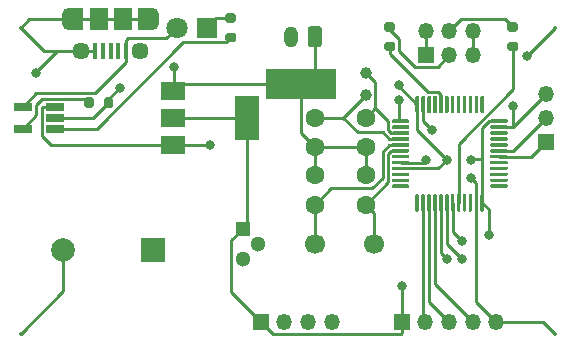
<source format=gbr>
%TF.GenerationSoftware,KiCad,Pcbnew,(5.1.10)-1*%
%TF.CreationDate,2021-12-05T19:53:51+08:00*%
%TF.ProjectId,TomatoClock,546f6d61-746f-4436-9c6f-636b2e6b6963,rev?*%
%TF.SameCoordinates,Original*%
%TF.FileFunction,Copper,L1,Top*%
%TF.FilePolarity,Positive*%
%FSLAX46Y46*%
G04 Gerber Fmt 4.6, Leading zero omitted, Abs format (unit mm)*
G04 Created by KiCad (PCBNEW (5.1.10)-1) date 2021-12-05 19:53:51*
%MOMM*%
%LPD*%
G01*
G04 APERTURE LIST*
%TA.AperFunction,ComponentPad*%
%ADD10C,1.600000*%
%TD*%
%TA.AperFunction,ComponentPad*%
%ADD11O,1.200000X1.800000*%
%TD*%
%TA.AperFunction,ComponentPad*%
%ADD12O,1.350000X1.350000*%
%TD*%
%TA.AperFunction,ComponentPad*%
%ADD13R,1.350000X1.350000*%
%TD*%
%TA.AperFunction,SMDPad,CuDef*%
%ADD14R,6.000000X2.500000*%
%TD*%
%TA.AperFunction,ComponentPad*%
%ADD15C,1.000000*%
%TD*%
%TA.AperFunction,ComponentPad*%
%ADD16C,1.700000*%
%TD*%
%TA.AperFunction,SMDPad,CuDef*%
%ADD17R,2.000000X1.500000*%
%TD*%
%TA.AperFunction,SMDPad,CuDef*%
%ADD18R,2.000000X3.800000*%
%TD*%
%TA.AperFunction,SMDPad,CuDef*%
%ADD19R,1.560000X0.650000*%
%TD*%
%TA.AperFunction,ComponentPad*%
%ADD20R,1.300000X1.300000*%
%TD*%
%TA.AperFunction,ComponentPad*%
%ADD21C,1.300000*%
%TD*%
%TA.AperFunction,SMDPad,CuDef*%
%ADD22R,1.200000X1.900000*%
%TD*%
%TA.AperFunction,ComponentPad*%
%ADD23O,1.200000X1.900000*%
%TD*%
%TA.AperFunction,SMDPad,CuDef*%
%ADD24R,1.500000X1.900000*%
%TD*%
%TA.AperFunction,ComponentPad*%
%ADD25C,1.450000*%
%TD*%
%TA.AperFunction,SMDPad,CuDef*%
%ADD26R,0.400000X1.350000*%
%TD*%
%TA.AperFunction,ComponentPad*%
%ADD27C,1.800000*%
%TD*%
%TA.AperFunction,ComponentPad*%
%ADD28R,1.800000X1.800000*%
%TD*%
%TA.AperFunction,ComponentPad*%
%ADD29C,2.000000*%
%TD*%
%TA.AperFunction,ComponentPad*%
%ADD30R,2.000000X2.000000*%
%TD*%
%TA.AperFunction,ViaPad*%
%ADD31C,0.800000*%
%TD*%
%TA.AperFunction,Conductor*%
%ADD32C,0.250000*%
%TD*%
%ADD33C,0.350000*%
%ADD34O,0.600000X1.300000*%
G04 APERTURE END LIST*
D10*
%TO.P,C3,2*%
%TO.N,GND*%
X31750000Y18328000D03*
%TO.P,C3,1*%
%TO.N,Net-(C3-Pad1)*%
X31750000Y20828000D03*
%TD*%
D11*
%TO.P,J6,2*%
%TO.N,+BATT*%
X25432000Y27686000D03*
%TO.P,J6,1*%
%TO.N,GND*%
%TA.AperFunction,ComponentPad*%
G36*
G01*
X28032000Y28336001D02*
X28032000Y27035999D01*
G75*
G02*
X27782001Y26786000I-249999J0D01*
G01*
X27081999Y26786000D01*
G75*
G02*
X26832000Y27035999I0J249999D01*
G01*
X26832000Y28336001D01*
G75*
G02*
X27081999Y28586000I249999J0D01*
G01*
X27782001Y28586000D01*
G75*
G02*
X28032000Y28336001I0J-249999D01*
G01*
G37*
%TD.AperFunction*%
%TD*%
D12*
%TO.P,J4,4*%
%TO.N,GND*%
X28860000Y3556000D03*
%TO.P,J4,3*%
%TO.N,US_ECHO*%
X26860000Y3556000D03*
%TO.P,J4,2*%
%TO.N,US_TRIG*%
X24860000Y3556000D03*
D13*
%TO.P,J4,1*%
%TO.N,+3V3*%
X22860000Y3556000D03*
%TD*%
D12*
%TO.P,J1,6*%
%TO.N,GND*%
X40830000Y28162000D03*
%TO.P,J1,5*%
X40830000Y26162000D03*
%TO.P,J1,4*%
%TO.N,Net-(J1-Pad4)*%
X38830000Y28162000D03*
%TO.P,J1,3*%
%TO.N,Net-(J1-Pad3)*%
X38830000Y26162000D03*
%TO.P,J1,2*%
%TO.N,+3V3*%
X36830000Y28162000D03*
D13*
%TO.P,J1,1*%
X36830000Y26162000D03*
%TD*%
D14*
%TO.P,Y2,3*%
%TO.N,GND*%
X26250000Y23688000D03*
D15*
%TO.P,Y2,2*%
%TO.N,Net-(C4-Pad1)*%
X31750000Y22738000D03*
%TO.P,Y2,1*%
%TO.N,Net-(C3-Pad1)*%
X31750000Y24638000D03*
%TD*%
D16*
%TO.P,Y1,2*%
%TO.N,Net-(C2-Pad1)*%
X32432000Y10160000D03*
%TO.P,Y1,1*%
%TO.N,Net-(C1-Pad1)*%
X27432000Y10160000D03*
%TD*%
D17*
%TO.P,U3,1*%
%TO.N,GND*%
X15392000Y23128000D03*
%TO.P,U3,3*%
%TO.N,+BATT*%
X15392000Y18528000D03*
%TO.P,U3,2*%
%TO.N,+3V3*%
X15392000Y20828000D03*
D18*
X21692000Y20828000D03*
%TD*%
D19*
%TO.P,U2,5*%
%TO.N,Net-(R3-Pad2)*%
X2714000Y19878000D03*
%TO.P,U2,4*%
%TO.N,VBUS*%
X2714000Y21778000D03*
%TO.P,U2,3*%
%TO.N,+BATT*%
X5414000Y21778000D03*
%TO.P,U2,2*%
%TO.N,GND*%
X5414000Y20828000D03*
%TO.P,U2,1*%
%TO.N,Net-(R4-Pad2)*%
X5414000Y19878000D03*
%TD*%
%TO.P,U1,48*%
%TO.N,+3V3*%
%TA.AperFunction,SMDPad,CuDef*%
G36*
G01*
X35962000Y21280000D02*
X35962000Y22605000D01*
G75*
G02*
X36037000Y22680000I75000J0D01*
G01*
X36187000Y22680000D01*
G75*
G02*
X36262000Y22605000I0J-75000D01*
G01*
X36262000Y21280000D01*
G75*
G02*
X36187000Y21205000I-75000J0D01*
G01*
X36037000Y21205000D01*
G75*
G02*
X35962000Y21280000I0J75000D01*
G01*
G37*
%TD.AperFunction*%
%TO.P,U1,47*%
%TO.N,GND*%
%TA.AperFunction,SMDPad,CuDef*%
G36*
G01*
X36462000Y21280000D02*
X36462000Y22605000D01*
G75*
G02*
X36537000Y22680000I75000J0D01*
G01*
X36687000Y22680000D01*
G75*
G02*
X36762000Y22605000I0J-75000D01*
G01*
X36762000Y21280000D01*
G75*
G02*
X36687000Y21205000I-75000J0D01*
G01*
X36537000Y21205000D01*
G75*
G02*
X36462000Y21280000I0J75000D01*
G01*
G37*
%TD.AperFunction*%
%TO.P,U1,46*%
%TO.N,N/C*%
%TA.AperFunction,SMDPad,CuDef*%
G36*
G01*
X36962000Y21280000D02*
X36962000Y22605000D01*
G75*
G02*
X37037000Y22680000I75000J0D01*
G01*
X37187000Y22680000D01*
G75*
G02*
X37262000Y22605000I0J-75000D01*
G01*
X37262000Y21280000D01*
G75*
G02*
X37187000Y21205000I-75000J0D01*
G01*
X37037000Y21205000D01*
G75*
G02*
X36962000Y21280000I0J75000D01*
G01*
G37*
%TD.AperFunction*%
%TO.P,U1,45*%
%TA.AperFunction,SMDPad,CuDef*%
G36*
G01*
X37462000Y21280000D02*
X37462000Y22605000D01*
G75*
G02*
X37537000Y22680000I75000J0D01*
G01*
X37687000Y22680000D01*
G75*
G02*
X37762000Y22605000I0J-75000D01*
G01*
X37762000Y21280000D01*
G75*
G02*
X37687000Y21205000I-75000J0D01*
G01*
X37537000Y21205000D01*
G75*
G02*
X37462000Y21280000I0J75000D01*
G01*
G37*
%TD.AperFunction*%
%TO.P,U1,44*%
%TO.N,BOOT0*%
%TA.AperFunction,SMDPad,CuDef*%
G36*
G01*
X37962000Y21280000D02*
X37962000Y22605000D01*
G75*
G02*
X38037000Y22680000I75000J0D01*
G01*
X38187000Y22680000D01*
G75*
G02*
X38262000Y22605000I0J-75000D01*
G01*
X38262000Y21280000D01*
G75*
G02*
X38187000Y21205000I-75000J0D01*
G01*
X38037000Y21205000D01*
G75*
G02*
X37962000Y21280000I0J75000D01*
G01*
G37*
%TD.AperFunction*%
%TO.P,U1,43*%
%TO.N,N/C*%
%TA.AperFunction,SMDPad,CuDef*%
G36*
G01*
X38462000Y21280000D02*
X38462000Y22605000D01*
G75*
G02*
X38537000Y22680000I75000J0D01*
G01*
X38687000Y22680000D01*
G75*
G02*
X38762000Y22605000I0J-75000D01*
G01*
X38762000Y21280000D01*
G75*
G02*
X38687000Y21205000I-75000J0D01*
G01*
X38537000Y21205000D01*
G75*
G02*
X38462000Y21280000I0J75000D01*
G01*
G37*
%TD.AperFunction*%
%TO.P,U1,42*%
%TA.AperFunction,SMDPad,CuDef*%
G36*
G01*
X38962000Y21280000D02*
X38962000Y22605000D01*
G75*
G02*
X39037000Y22680000I75000J0D01*
G01*
X39187000Y22680000D01*
G75*
G02*
X39262000Y22605000I0J-75000D01*
G01*
X39262000Y21280000D01*
G75*
G02*
X39187000Y21205000I-75000J0D01*
G01*
X39037000Y21205000D01*
G75*
G02*
X38962000Y21280000I0J75000D01*
G01*
G37*
%TD.AperFunction*%
%TO.P,U1,41*%
%TA.AperFunction,SMDPad,CuDef*%
G36*
G01*
X39462000Y21280000D02*
X39462000Y22605000D01*
G75*
G02*
X39537000Y22680000I75000J0D01*
G01*
X39687000Y22680000D01*
G75*
G02*
X39762000Y22605000I0J-75000D01*
G01*
X39762000Y21280000D01*
G75*
G02*
X39687000Y21205000I-75000J0D01*
G01*
X39537000Y21205000D01*
G75*
G02*
X39462000Y21280000I0J75000D01*
G01*
G37*
%TD.AperFunction*%
%TO.P,U1,40*%
%TA.AperFunction,SMDPad,CuDef*%
G36*
G01*
X39962000Y21280000D02*
X39962000Y22605000D01*
G75*
G02*
X40037000Y22680000I75000J0D01*
G01*
X40187000Y22680000D01*
G75*
G02*
X40262000Y22605000I0J-75000D01*
G01*
X40262000Y21280000D01*
G75*
G02*
X40187000Y21205000I-75000J0D01*
G01*
X40037000Y21205000D01*
G75*
G02*
X39962000Y21280000I0J75000D01*
G01*
G37*
%TD.AperFunction*%
%TO.P,U1,39*%
%TA.AperFunction,SMDPad,CuDef*%
G36*
G01*
X40462000Y21280000D02*
X40462000Y22605000D01*
G75*
G02*
X40537000Y22680000I75000J0D01*
G01*
X40687000Y22680000D01*
G75*
G02*
X40762000Y22605000I0J-75000D01*
G01*
X40762000Y21280000D01*
G75*
G02*
X40687000Y21205000I-75000J0D01*
G01*
X40537000Y21205000D01*
G75*
G02*
X40462000Y21280000I0J75000D01*
G01*
G37*
%TD.AperFunction*%
%TO.P,U1,38*%
%TA.AperFunction,SMDPad,CuDef*%
G36*
G01*
X40962000Y21280000D02*
X40962000Y22605000D01*
G75*
G02*
X41037000Y22680000I75000J0D01*
G01*
X41187000Y22680000D01*
G75*
G02*
X41262000Y22605000I0J-75000D01*
G01*
X41262000Y21280000D01*
G75*
G02*
X41187000Y21205000I-75000J0D01*
G01*
X41037000Y21205000D01*
G75*
G02*
X40962000Y21280000I0J75000D01*
G01*
G37*
%TD.AperFunction*%
%TO.P,U1,37*%
%TA.AperFunction,SMDPad,CuDef*%
G36*
G01*
X41462000Y21280000D02*
X41462000Y22605000D01*
G75*
G02*
X41537000Y22680000I75000J0D01*
G01*
X41687000Y22680000D01*
G75*
G02*
X41762000Y22605000I0J-75000D01*
G01*
X41762000Y21280000D01*
G75*
G02*
X41687000Y21205000I-75000J0D01*
G01*
X41537000Y21205000D01*
G75*
G02*
X41462000Y21280000I0J75000D01*
G01*
G37*
%TD.AperFunction*%
%TO.P,U1,36*%
%TO.N,+3V3*%
%TA.AperFunction,SMDPad,CuDef*%
G36*
G01*
X42287000Y20455000D02*
X42287000Y20605000D01*
G75*
G02*
X42362000Y20680000I75000J0D01*
G01*
X43687000Y20680000D01*
G75*
G02*
X43762000Y20605000I0J-75000D01*
G01*
X43762000Y20455000D01*
G75*
G02*
X43687000Y20380000I-75000J0D01*
G01*
X42362000Y20380000D01*
G75*
G02*
X42287000Y20455000I0J75000D01*
G01*
G37*
%TD.AperFunction*%
%TO.P,U1,35*%
%TO.N,GND*%
%TA.AperFunction,SMDPad,CuDef*%
G36*
G01*
X42287000Y19955000D02*
X42287000Y20105000D01*
G75*
G02*
X42362000Y20180000I75000J0D01*
G01*
X43687000Y20180000D01*
G75*
G02*
X43762000Y20105000I0J-75000D01*
G01*
X43762000Y19955000D01*
G75*
G02*
X43687000Y19880000I-75000J0D01*
G01*
X42362000Y19880000D01*
G75*
G02*
X42287000Y19955000I0J75000D01*
G01*
G37*
%TD.AperFunction*%
%TO.P,U1,34*%
%TO.N,N/C*%
%TA.AperFunction,SMDPad,CuDef*%
G36*
G01*
X42287000Y19455000D02*
X42287000Y19605000D01*
G75*
G02*
X42362000Y19680000I75000J0D01*
G01*
X43687000Y19680000D01*
G75*
G02*
X43762000Y19605000I0J-75000D01*
G01*
X43762000Y19455000D01*
G75*
G02*
X43687000Y19380000I-75000J0D01*
G01*
X42362000Y19380000D01*
G75*
G02*
X42287000Y19455000I0J75000D01*
G01*
G37*
%TD.AperFunction*%
%TO.P,U1,33*%
%TA.AperFunction,SMDPad,CuDef*%
G36*
G01*
X42287000Y18955000D02*
X42287000Y19105000D01*
G75*
G02*
X42362000Y19180000I75000J0D01*
G01*
X43687000Y19180000D01*
G75*
G02*
X43762000Y19105000I0J-75000D01*
G01*
X43762000Y18955000D01*
G75*
G02*
X43687000Y18880000I-75000J0D01*
G01*
X42362000Y18880000D01*
G75*
G02*
X42287000Y18955000I0J75000D01*
G01*
G37*
%TD.AperFunction*%
%TO.P,U1,32*%
%TA.AperFunction,SMDPad,CuDef*%
G36*
G01*
X42287000Y18455000D02*
X42287000Y18605000D01*
G75*
G02*
X42362000Y18680000I75000J0D01*
G01*
X43687000Y18680000D01*
G75*
G02*
X43762000Y18605000I0J-75000D01*
G01*
X43762000Y18455000D01*
G75*
G02*
X43687000Y18380000I-75000J0D01*
G01*
X42362000Y18380000D01*
G75*
G02*
X42287000Y18455000I0J75000D01*
G01*
G37*
%TD.AperFunction*%
%TO.P,U1,31*%
%TO.N,Net-(J2-Pad2)*%
%TA.AperFunction,SMDPad,CuDef*%
G36*
G01*
X42287000Y17955000D02*
X42287000Y18105000D01*
G75*
G02*
X42362000Y18180000I75000J0D01*
G01*
X43687000Y18180000D01*
G75*
G02*
X43762000Y18105000I0J-75000D01*
G01*
X43762000Y17955000D01*
G75*
G02*
X43687000Y17880000I-75000J0D01*
G01*
X42362000Y17880000D01*
G75*
G02*
X42287000Y17955000I0J75000D01*
G01*
G37*
%TD.AperFunction*%
%TO.P,U1,30*%
%TO.N,Net-(J2-Pad1)*%
%TA.AperFunction,SMDPad,CuDef*%
G36*
G01*
X42287000Y17455000D02*
X42287000Y17605000D01*
G75*
G02*
X42362000Y17680000I75000J0D01*
G01*
X43687000Y17680000D01*
G75*
G02*
X43762000Y17605000I0J-75000D01*
G01*
X43762000Y17455000D01*
G75*
G02*
X43687000Y17380000I-75000J0D01*
G01*
X42362000Y17380000D01*
G75*
G02*
X42287000Y17455000I0J75000D01*
G01*
G37*
%TD.AperFunction*%
%TO.P,U1,29*%
%TO.N,N/C*%
%TA.AperFunction,SMDPad,CuDef*%
G36*
G01*
X42287000Y16955000D02*
X42287000Y17105000D01*
G75*
G02*
X42362000Y17180000I75000J0D01*
G01*
X43687000Y17180000D01*
G75*
G02*
X43762000Y17105000I0J-75000D01*
G01*
X43762000Y16955000D01*
G75*
G02*
X43687000Y16880000I-75000J0D01*
G01*
X42362000Y16880000D01*
G75*
G02*
X42287000Y16955000I0J75000D01*
G01*
G37*
%TD.AperFunction*%
%TO.P,U1,28*%
%TA.AperFunction,SMDPad,CuDef*%
G36*
G01*
X42287000Y16455000D02*
X42287000Y16605000D01*
G75*
G02*
X42362000Y16680000I75000J0D01*
G01*
X43687000Y16680000D01*
G75*
G02*
X43762000Y16605000I0J-75000D01*
G01*
X43762000Y16455000D01*
G75*
G02*
X43687000Y16380000I-75000J0D01*
G01*
X42362000Y16380000D01*
G75*
G02*
X42287000Y16455000I0J75000D01*
G01*
G37*
%TD.AperFunction*%
%TO.P,U1,27*%
%TA.AperFunction,SMDPad,CuDef*%
G36*
G01*
X42287000Y15955000D02*
X42287000Y16105000D01*
G75*
G02*
X42362000Y16180000I75000J0D01*
G01*
X43687000Y16180000D01*
G75*
G02*
X43762000Y16105000I0J-75000D01*
G01*
X43762000Y15955000D01*
G75*
G02*
X43687000Y15880000I-75000J0D01*
G01*
X42362000Y15880000D01*
G75*
G02*
X42287000Y15955000I0J75000D01*
G01*
G37*
%TD.AperFunction*%
%TO.P,U1,26*%
%TA.AperFunction,SMDPad,CuDef*%
G36*
G01*
X42287000Y15455000D02*
X42287000Y15605000D01*
G75*
G02*
X42362000Y15680000I75000J0D01*
G01*
X43687000Y15680000D01*
G75*
G02*
X43762000Y15605000I0J-75000D01*
G01*
X43762000Y15455000D01*
G75*
G02*
X43687000Y15380000I-75000J0D01*
G01*
X42362000Y15380000D01*
G75*
G02*
X42287000Y15455000I0J75000D01*
G01*
G37*
%TD.AperFunction*%
%TO.P,U1,25*%
%TA.AperFunction,SMDPad,CuDef*%
G36*
G01*
X42287000Y14955000D02*
X42287000Y15105000D01*
G75*
G02*
X42362000Y15180000I75000J0D01*
G01*
X43687000Y15180000D01*
G75*
G02*
X43762000Y15105000I0J-75000D01*
G01*
X43762000Y14955000D01*
G75*
G02*
X43687000Y14880000I-75000J0D01*
G01*
X42362000Y14880000D01*
G75*
G02*
X42287000Y14955000I0J75000D01*
G01*
G37*
%TD.AperFunction*%
%TO.P,U1,24*%
%TO.N,+3V3*%
%TA.AperFunction,SMDPad,CuDef*%
G36*
G01*
X41462000Y12955000D02*
X41462000Y14280000D01*
G75*
G02*
X41537000Y14355000I75000J0D01*
G01*
X41687000Y14355000D01*
G75*
G02*
X41762000Y14280000I0J-75000D01*
G01*
X41762000Y12955000D01*
G75*
G02*
X41687000Y12880000I-75000J0D01*
G01*
X41537000Y12880000D01*
G75*
G02*
X41462000Y12955000I0J75000D01*
G01*
G37*
%TD.AperFunction*%
%TO.P,U1,23*%
%TO.N,GND*%
%TA.AperFunction,SMDPad,CuDef*%
G36*
G01*
X40962000Y12955000D02*
X40962000Y14280000D01*
G75*
G02*
X41037000Y14355000I75000J0D01*
G01*
X41187000Y14355000D01*
G75*
G02*
X41262000Y14280000I0J-75000D01*
G01*
X41262000Y12955000D01*
G75*
G02*
X41187000Y12880000I-75000J0D01*
G01*
X41037000Y12880000D01*
G75*
G02*
X40962000Y12955000I0J75000D01*
G01*
G37*
%TD.AperFunction*%
%TO.P,U1,22*%
%TO.N,N/C*%
%TA.AperFunction,SMDPad,CuDef*%
G36*
G01*
X40462000Y12955000D02*
X40462000Y14280000D01*
G75*
G02*
X40537000Y14355000I75000J0D01*
G01*
X40687000Y14355000D01*
G75*
G02*
X40762000Y14280000I0J-75000D01*
G01*
X40762000Y12955000D01*
G75*
G02*
X40687000Y12880000I-75000J0D01*
G01*
X40537000Y12880000D01*
G75*
G02*
X40462000Y12955000I0J75000D01*
G01*
G37*
%TD.AperFunction*%
%TO.P,U1,21*%
%TA.AperFunction,SMDPad,CuDef*%
G36*
G01*
X39962000Y12955000D02*
X39962000Y14280000D01*
G75*
G02*
X40037000Y14355000I75000J0D01*
G01*
X40187000Y14355000D01*
G75*
G02*
X40262000Y14280000I0J-75000D01*
G01*
X40262000Y12955000D01*
G75*
G02*
X40187000Y12880000I-75000J0D01*
G01*
X40037000Y12880000D01*
G75*
G02*
X39962000Y12955000I0J75000D01*
G01*
G37*
%TD.AperFunction*%
%TO.P,U1,20*%
%TO.N,BOOT1*%
%TA.AperFunction,SMDPad,CuDef*%
G36*
G01*
X39462000Y12955000D02*
X39462000Y14280000D01*
G75*
G02*
X39537000Y14355000I75000J0D01*
G01*
X39687000Y14355000D01*
G75*
G02*
X39762000Y14280000I0J-75000D01*
G01*
X39762000Y12955000D01*
G75*
G02*
X39687000Y12880000I-75000J0D01*
G01*
X39537000Y12880000D01*
G75*
G02*
X39462000Y12955000I0J75000D01*
G01*
G37*
%TD.AperFunction*%
%TO.P,U1,19*%
%TO.N,BUZZER*%
%TA.AperFunction,SMDPad,CuDef*%
G36*
G01*
X38962000Y12955000D02*
X38962000Y14280000D01*
G75*
G02*
X39037000Y14355000I75000J0D01*
G01*
X39187000Y14355000D01*
G75*
G02*
X39262000Y14280000I0J-75000D01*
G01*
X39262000Y12955000D01*
G75*
G02*
X39187000Y12880000I-75000J0D01*
G01*
X39037000Y12880000D01*
G75*
G02*
X38962000Y12955000I0J75000D01*
G01*
G37*
%TD.AperFunction*%
%TO.P,U1,18*%
%TO.N,US_ECHO*%
%TA.AperFunction,SMDPad,CuDef*%
G36*
G01*
X38462000Y12955000D02*
X38462000Y14280000D01*
G75*
G02*
X38537000Y14355000I75000J0D01*
G01*
X38687000Y14355000D01*
G75*
G02*
X38762000Y14280000I0J-75000D01*
G01*
X38762000Y12955000D01*
G75*
G02*
X38687000Y12880000I-75000J0D01*
G01*
X38537000Y12880000D01*
G75*
G02*
X38462000Y12955000I0J75000D01*
G01*
G37*
%TD.AperFunction*%
%TO.P,U1,17*%
%TO.N,US_TRIG*%
%TA.AperFunction,SMDPad,CuDef*%
G36*
G01*
X37962000Y12955000D02*
X37962000Y14280000D01*
G75*
G02*
X38037000Y14355000I75000J0D01*
G01*
X38187000Y14355000D01*
G75*
G02*
X38262000Y14280000I0J-75000D01*
G01*
X38262000Y12955000D01*
G75*
G02*
X38187000Y12880000I-75000J0D01*
G01*
X38037000Y12880000D01*
G75*
G02*
X37962000Y12955000I0J75000D01*
G01*
G37*
%TD.AperFunction*%
%TO.P,U1,16*%
%TO.N,RIGHT*%
%TA.AperFunction,SMDPad,CuDef*%
G36*
G01*
X37462000Y12955000D02*
X37462000Y14280000D01*
G75*
G02*
X37537000Y14355000I75000J0D01*
G01*
X37687000Y14355000D01*
G75*
G02*
X37762000Y14280000I0J-75000D01*
G01*
X37762000Y12955000D01*
G75*
G02*
X37687000Y12880000I-75000J0D01*
G01*
X37537000Y12880000D01*
G75*
G02*
X37462000Y12955000I0J75000D01*
G01*
G37*
%TD.AperFunction*%
%TO.P,U1,15*%
%TO.N,MIDDLE*%
%TA.AperFunction,SMDPad,CuDef*%
G36*
G01*
X36962000Y12955000D02*
X36962000Y14280000D01*
G75*
G02*
X37037000Y14355000I75000J0D01*
G01*
X37187000Y14355000D01*
G75*
G02*
X37262000Y14280000I0J-75000D01*
G01*
X37262000Y12955000D01*
G75*
G02*
X37187000Y12880000I-75000J0D01*
G01*
X37037000Y12880000D01*
G75*
G02*
X36962000Y12955000I0J75000D01*
G01*
G37*
%TD.AperFunction*%
%TO.P,U1,14*%
%TO.N,LEFT*%
%TA.AperFunction,SMDPad,CuDef*%
G36*
G01*
X36462000Y12955000D02*
X36462000Y14280000D01*
G75*
G02*
X36537000Y14355000I75000J0D01*
G01*
X36687000Y14355000D01*
G75*
G02*
X36762000Y14280000I0J-75000D01*
G01*
X36762000Y12955000D01*
G75*
G02*
X36687000Y12880000I-75000J0D01*
G01*
X36537000Y12880000D01*
G75*
G02*
X36462000Y12955000I0J75000D01*
G01*
G37*
%TD.AperFunction*%
%TO.P,U1,13*%
%TO.N,N/C*%
%TA.AperFunction,SMDPad,CuDef*%
G36*
G01*
X35962000Y12955000D02*
X35962000Y14280000D01*
G75*
G02*
X36037000Y14355000I75000J0D01*
G01*
X36187000Y14355000D01*
G75*
G02*
X36262000Y14280000I0J-75000D01*
G01*
X36262000Y12955000D01*
G75*
G02*
X36187000Y12880000I-75000J0D01*
G01*
X36037000Y12880000D01*
G75*
G02*
X35962000Y12955000I0J75000D01*
G01*
G37*
%TD.AperFunction*%
%TO.P,U1,12*%
%TA.AperFunction,SMDPad,CuDef*%
G36*
G01*
X33962000Y14955000D02*
X33962000Y15105000D01*
G75*
G02*
X34037000Y15180000I75000J0D01*
G01*
X35362000Y15180000D01*
G75*
G02*
X35437000Y15105000I0J-75000D01*
G01*
X35437000Y14955000D01*
G75*
G02*
X35362000Y14880000I-75000J0D01*
G01*
X34037000Y14880000D01*
G75*
G02*
X33962000Y14955000I0J75000D01*
G01*
G37*
%TD.AperFunction*%
%TO.P,U1,11*%
%TA.AperFunction,SMDPad,CuDef*%
G36*
G01*
X33962000Y15455000D02*
X33962000Y15605000D01*
G75*
G02*
X34037000Y15680000I75000J0D01*
G01*
X35362000Y15680000D01*
G75*
G02*
X35437000Y15605000I0J-75000D01*
G01*
X35437000Y15455000D01*
G75*
G02*
X35362000Y15380000I-75000J0D01*
G01*
X34037000Y15380000D01*
G75*
G02*
X33962000Y15455000I0J75000D01*
G01*
G37*
%TD.AperFunction*%
%TO.P,U1,10*%
%TA.AperFunction,SMDPad,CuDef*%
G36*
G01*
X33962000Y15955000D02*
X33962000Y16105000D01*
G75*
G02*
X34037000Y16180000I75000J0D01*
G01*
X35362000Y16180000D01*
G75*
G02*
X35437000Y16105000I0J-75000D01*
G01*
X35437000Y15955000D01*
G75*
G02*
X35362000Y15880000I-75000J0D01*
G01*
X34037000Y15880000D01*
G75*
G02*
X33962000Y15955000I0J75000D01*
G01*
G37*
%TD.AperFunction*%
%TO.P,U1,9*%
%TO.N,+3V3*%
%TA.AperFunction,SMDPad,CuDef*%
G36*
G01*
X33962000Y16455000D02*
X33962000Y16605000D01*
G75*
G02*
X34037000Y16680000I75000J0D01*
G01*
X35362000Y16680000D01*
G75*
G02*
X35437000Y16605000I0J-75000D01*
G01*
X35437000Y16455000D01*
G75*
G02*
X35362000Y16380000I-75000J0D01*
G01*
X34037000Y16380000D01*
G75*
G02*
X33962000Y16455000I0J75000D01*
G01*
G37*
%TD.AperFunction*%
%TO.P,U1,8*%
%TO.N,GND*%
%TA.AperFunction,SMDPad,CuDef*%
G36*
G01*
X33962000Y16955000D02*
X33962000Y17105000D01*
G75*
G02*
X34037000Y17180000I75000J0D01*
G01*
X35362000Y17180000D01*
G75*
G02*
X35437000Y17105000I0J-75000D01*
G01*
X35437000Y16955000D01*
G75*
G02*
X35362000Y16880000I-75000J0D01*
G01*
X34037000Y16880000D01*
G75*
G02*
X33962000Y16955000I0J75000D01*
G01*
G37*
%TD.AperFunction*%
%TO.P,U1,7*%
%TO.N,N/C*%
%TA.AperFunction,SMDPad,CuDef*%
G36*
G01*
X33962000Y17455000D02*
X33962000Y17605000D01*
G75*
G02*
X34037000Y17680000I75000J0D01*
G01*
X35362000Y17680000D01*
G75*
G02*
X35437000Y17605000I0J-75000D01*
G01*
X35437000Y17455000D01*
G75*
G02*
X35362000Y17380000I-75000J0D01*
G01*
X34037000Y17380000D01*
G75*
G02*
X33962000Y17455000I0J75000D01*
G01*
G37*
%TD.AperFunction*%
%TO.P,U1,6*%
%TO.N,Net-(C2-Pad1)*%
%TA.AperFunction,SMDPad,CuDef*%
G36*
G01*
X33962000Y17955000D02*
X33962000Y18105000D01*
G75*
G02*
X34037000Y18180000I75000J0D01*
G01*
X35362000Y18180000D01*
G75*
G02*
X35437000Y18105000I0J-75000D01*
G01*
X35437000Y17955000D01*
G75*
G02*
X35362000Y17880000I-75000J0D01*
G01*
X34037000Y17880000D01*
G75*
G02*
X33962000Y17955000I0J75000D01*
G01*
G37*
%TD.AperFunction*%
%TO.P,U1,5*%
%TO.N,Net-(C1-Pad1)*%
%TA.AperFunction,SMDPad,CuDef*%
G36*
G01*
X33962000Y18455000D02*
X33962000Y18605000D01*
G75*
G02*
X34037000Y18680000I75000J0D01*
G01*
X35362000Y18680000D01*
G75*
G02*
X35437000Y18605000I0J-75000D01*
G01*
X35437000Y18455000D01*
G75*
G02*
X35362000Y18380000I-75000J0D01*
G01*
X34037000Y18380000D01*
G75*
G02*
X33962000Y18455000I0J75000D01*
G01*
G37*
%TD.AperFunction*%
%TO.P,U1,4*%
%TO.N,Net-(C4-Pad1)*%
%TA.AperFunction,SMDPad,CuDef*%
G36*
G01*
X33962000Y18955000D02*
X33962000Y19105000D01*
G75*
G02*
X34037000Y19180000I75000J0D01*
G01*
X35362000Y19180000D01*
G75*
G02*
X35437000Y19105000I0J-75000D01*
G01*
X35437000Y18955000D01*
G75*
G02*
X35362000Y18880000I-75000J0D01*
G01*
X34037000Y18880000D01*
G75*
G02*
X33962000Y18955000I0J75000D01*
G01*
G37*
%TD.AperFunction*%
%TO.P,U1,3*%
%TO.N,Net-(C3-Pad1)*%
%TA.AperFunction,SMDPad,CuDef*%
G36*
G01*
X33962000Y19455000D02*
X33962000Y19605000D01*
G75*
G02*
X34037000Y19680000I75000J0D01*
G01*
X35362000Y19680000D01*
G75*
G02*
X35437000Y19605000I0J-75000D01*
G01*
X35437000Y19455000D01*
G75*
G02*
X35362000Y19380000I-75000J0D01*
G01*
X34037000Y19380000D01*
G75*
G02*
X33962000Y19455000I0J75000D01*
G01*
G37*
%TD.AperFunction*%
%TO.P,U1,2*%
%TO.N,N/C*%
%TA.AperFunction,SMDPad,CuDef*%
G36*
G01*
X33962000Y19955000D02*
X33962000Y20105000D01*
G75*
G02*
X34037000Y20180000I75000J0D01*
G01*
X35362000Y20180000D01*
G75*
G02*
X35437000Y20105000I0J-75000D01*
G01*
X35437000Y19955000D01*
G75*
G02*
X35362000Y19880000I-75000J0D01*
G01*
X34037000Y19880000D01*
G75*
G02*
X33962000Y19955000I0J75000D01*
G01*
G37*
%TD.AperFunction*%
%TO.P,U1,1*%
%TO.N,+BATT*%
%TA.AperFunction,SMDPad,CuDef*%
G36*
G01*
X33962000Y20455000D02*
X33962000Y20605000D01*
G75*
G02*
X34037000Y20680000I75000J0D01*
G01*
X35362000Y20680000D01*
G75*
G02*
X35437000Y20605000I0J-75000D01*
G01*
X35437000Y20455000D01*
G75*
G02*
X35362000Y20380000I-75000J0D01*
G01*
X34037000Y20380000D01*
G75*
G02*
X33962000Y20455000I0J75000D01*
G01*
G37*
%TD.AperFunction*%
%TD*%
%TO.P,R4,2*%
%TO.N,Net-(R4-Pad2)*%
%TA.AperFunction,SMDPad,CuDef*%
G36*
G01*
X20045000Y28023000D02*
X20595000Y28023000D01*
G75*
G02*
X20795000Y27823000I0J-200000D01*
G01*
X20795000Y27423000D01*
G75*
G02*
X20595000Y27223000I-200000J0D01*
G01*
X20045000Y27223000D01*
G75*
G02*
X19845000Y27423000I0J200000D01*
G01*
X19845000Y27823000D01*
G75*
G02*
X20045000Y28023000I200000J0D01*
G01*
G37*
%TD.AperFunction*%
%TO.P,R4,1*%
%TO.N,Net-(D1-Pad1)*%
%TA.AperFunction,SMDPad,CuDef*%
G36*
G01*
X20045000Y29673000D02*
X20595000Y29673000D01*
G75*
G02*
X20795000Y29473000I0J-200000D01*
G01*
X20795000Y29073000D01*
G75*
G02*
X20595000Y28873000I-200000J0D01*
G01*
X20045000Y28873000D01*
G75*
G02*
X19845000Y29073000I0J200000D01*
G01*
X19845000Y29473000D01*
G75*
G02*
X20045000Y29673000I200000J0D01*
G01*
G37*
%TD.AperFunction*%
%TD*%
%TO.P,R3,2*%
%TO.N,Net-(R3-Pad2)*%
%TA.AperFunction,SMDPad,CuDef*%
G36*
G01*
X8719000Y22373000D02*
X8719000Y21823000D01*
G75*
G02*
X8519000Y21623000I-200000J0D01*
G01*
X8119000Y21623000D01*
G75*
G02*
X7919000Y21823000I0J200000D01*
G01*
X7919000Y22373000D01*
G75*
G02*
X8119000Y22573000I200000J0D01*
G01*
X8519000Y22573000D01*
G75*
G02*
X8719000Y22373000I0J-200000D01*
G01*
G37*
%TD.AperFunction*%
%TO.P,R3,1*%
%TO.N,GND*%
%TA.AperFunction,SMDPad,CuDef*%
G36*
G01*
X10369000Y22373000D02*
X10369000Y21823000D01*
G75*
G02*
X10169000Y21623000I-200000J0D01*
G01*
X9769000Y21623000D01*
G75*
G02*
X9569000Y21823000I0J200000D01*
G01*
X9569000Y22373000D01*
G75*
G02*
X9769000Y22573000I200000J0D01*
G01*
X10169000Y22573000D01*
G75*
G02*
X10369000Y22373000I0J-200000D01*
G01*
G37*
%TD.AperFunction*%
%TD*%
%TO.P,R2,2*%
%TO.N,Net-(J1-Pad4)*%
%TA.AperFunction,SMDPad,CuDef*%
G36*
G01*
X44471000Y28111000D02*
X43921000Y28111000D01*
G75*
G02*
X43721000Y28311000I0J200000D01*
G01*
X43721000Y28711000D01*
G75*
G02*
X43921000Y28911000I200000J0D01*
G01*
X44471000Y28911000D01*
G75*
G02*
X44671000Y28711000I0J-200000D01*
G01*
X44671000Y28311000D01*
G75*
G02*
X44471000Y28111000I-200000J0D01*
G01*
G37*
%TD.AperFunction*%
%TO.P,R2,1*%
%TO.N,BOOT1*%
%TA.AperFunction,SMDPad,CuDef*%
G36*
G01*
X44471000Y26461000D02*
X43921000Y26461000D01*
G75*
G02*
X43721000Y26661000I0J200000D01*
G01*
X43721000Y27061000D01*
G75*
G02*
X43921000Y27261000I200000J0D01*
G01*
X44471000Y27261000D01*
G75*
G02*
X44671000Y27061000I0J-200000D01*
G01*
X44671000Y26661000D01*
G75*
G02*
X44471000Y26461000I-200000J0D01*
G01*
G37*
%TD.AperFunction*%
%TD*%
%TO.P,R1,2*%
%TO.N,BOOT0*%
%TA.AperFunction,SMDPad,CuDef*%
G36*
G01*
X33507000Y27261000D02*
X34057000Y27261000D01*
G75*
G02*
X34257000Y27061000I0J-200000D01*
G01*
X34257000Y26661000D01*
G75*
G02*
X34057000Y26461000I-200000J0D01*
G01*
X33507000Y26461000D01*
G75*
G02*
X33307000Y26661000I0J200000D01*
G01*
X33307000Y27061000D01*
G75*
G02*
X33507000Y27261000I200000J0D01*
G01*
G37*
%TD.AperFunction*%
%TO.P,R1,1*%
%TO.N,Net-(J1-Pad3)*%
%TA.AperFunction,SMDPad,CuDef*%
G36*
G01*
X33507000Y28911000D02*
X34057000Y28911000D01*
G75*
G02*
X34257000Y28711000I0J-200000D01*
G01*
X34257000Y28311000D01*
G75*
G02*
X34057000Y28111000I-200000J0D01*
G01*
X33507000Y28111000D01*
G75*
G02*
X33307000Y28311000I0J200000D01*
G01*
X33307000Y28711000D01*
G75*
G02*
X33507000Y28911000I200000J0D01*
G01*
G37*
%TD.AperFunction*%
%TD*%
D20*
%TO.P,Q1,1*%
%TO.N,+3V3*%
X21336000Y11430000D03*
D21*
%TO.P,Q1,3*%
%TO.N,Net-(BZ1-Pad1)*%
X21336000Y8890000D03*
%TO.P,Q1,2*%
%TO.N,BUZZER*%
X22606000Y10160000D03*
%TD*%
D12*
%TO.P,J5,5*%
%TO.N,GND*%
X42798000Y3556000D03*
%TO.P,J5,4*%
%TO.N,RIGHT*%
X40798000Y3556000D03*
%TO.P,J5,3*%
%TO.N,MIDDLE*%
X38798000Y3556000D03*
%TO.P,J5,2*%
%TO.N,LEFT*%
X36798000Y3556000D03*
D13*
%TO.P,J5,1*%
%TO.N,+3V3*%
X34798000Y3556000D03*
%TD*%
D22*
%TO.P,J3,6*%
%TO.N,GND*%
X13060000Y29177500D03*
X7260000Y29177500D03*
D23*
X6660000Y29177500D03*
X13660000Y29177500D03*
D24*
X11160000Y29177500D03*
D25*
X7660000Y26477500D03*
D26*
%TO.P,J3,3*%
%TO.N,N/C*%
X10160000Y26477500D03*
%TO.P,J3,4*%
X9510000Y26477500D03*
%TO.P,J3,5*%
%TO.N,GND*%
X8860000Y26477500D03*
%TO.P,J3,1*%
%TO.N,VBUS*%
X11460000Y26477500D03*
%TO.P,J3,2*%
%TO.N,N/C*%
X10810000Y26477500D03*
D25*
%TO.P,J3,6*%
%TO.N,GND*%
X12660000Y26477500D03*
D24*
X9160000Y29177500D03*
%TD*%
D12*
%TO.P,J2,3*%
%TO.N,GND*%
X46990000Y22796000D03*
%TO.P,J2,2*%
%TO.N,Net-(J2-Pad2)*%
X46990000Y20796000D03*
D13*
%TO.P,J2,1*%
%TO.N,Net-(J2-Pad1)*%
X46990000Y18796000D03*
%TD*%
D27*
%TO.P,D1,2*%
%TO.N,VBUS*%
X15748000Y28448000D03*
D28*
%TO.P,D1,1*%
%TO.N,Net-(D1-Pad1)*%
X18288000Y28448000D03*
%TD*%
D10*
%TO.P,C4,2*%
%TO.N,GND*%
X27432000Y18328000D03*
%TO.P,C4,1*%
%TO.N,Net-(C4-Pad1)*%
X27432000Y20828000D03*
%TD*%
%TO.P,C2,2*%
%TO.N,GND*%
X31750000Y15962000D03*
%TO.P,C2,1*%
%TO.N,Net-(C2-Pad1)*%
X31750000Y13462000D03*
%TD*%
%TO.P,C1,2*%
%TO.N,GND*%
X27432000Y15962000D03*
%TO.P,C1,1*%
%TO.N,Net-(C1-Pad1)*%
X27432000Y13462000D03*
%TD*%
D29*
%TO.P,BZ1,2*%
%TO.N,GND*%
X6116000Y9652000D03*
D30*
%TO.P,BZ1,1*%
%TO.N,Net-(BZ1-Pad1)*%
X13716000Y9652000D03*
%TD*%
D31*
%TO.N,GND*%
X10922000Y23368000D03*
X15494000Y25146000D03*
X37338000Y19812000D03*
X44196000Y21844000D03*
X36830000Y17272000D03*
X40640000Y15748000D03*
X3810000Y24638000D03*
X45415333Y26074986D03*
%TO.N,+3V3*%
X34798000Y6604000D03*
X42164000Y10922000D03*
X40640000Y17272000D03*
X38608000Y17272000D03*
X34544000Y23622000D03*
%TO.N,US_ECHO*%
X39878000Y8890000D03*
%TO.N,US_TRIG*%
X38608000Y8890000D03*
%TO.N,BUZZER*%
X39878000Y10414000D03*
%TO.N,+BATT*%
X18542000Y18542000D03*
X34544000Y22352000D03*
%TD*%
D32*
%TO.N,GND*%
X8699000Y20828000D02*
X9969000Y22098000D01*
X5414000Y20828000D02*
X8699000Y20828000D01*
X7128000Y29177500D02*
X9128000Y29177500D01*
X9128000Y29177500D02*
X10635500Y29177500D01*
X41112000Y5242000D02*
X42798000Y3556000D01*
X41112000Y13617500D02*
X41112000Y5242000D01*
X40830000Y28162000D02*
X40830000Y26162000D01*
X44224000Y20030000D02*
X43024500Y20030000D01*
X46990000Y22796000D02*
X44224000Y20030000D01*
X9969000Y22415000D02*
X10922000Y23368000D01*
X9969000Y22098000D02*
X9969000Y22415000D01*
X15494000Y23230000D02*
X15392000Y23128000D01*
X15494000Y25146000D02*
X15494000Y23230000D01*
X36612000Y20538000D02*
X37338000Y19812000D01*
X36612000Y21942500D02*
X36612000Y20538000D01*
X44196000Y20058000D02*
X44224000Y20030000D01*
X44196000Y21844000D02*
X44196000Y20058000D01*
X36588000Y17030000D02*
X34699500Y17030000D01*
X36830000Y17272000D02*
X36588000Y17030000D01*
X41112000Y15276000D02*
X41112000Y13617500D01*
X40640000Y15748000D02*
X41112000Y15276000D01*
X11028000Y29177500D02*
X10635500Y29177500D01*
X3810000Y24659500D02*
X3810000Y24638000D01*
X5628000Y26477500D02*
X3810000Y24659500D01*
X3269500Y29177500D02*
X2540000Y28448000D01*
X7260000Y29177500D02*
X3269500Y29177500D01*
X4510500Y26477500D02*
X5628000Y26477500D01*
X2540000Y28448000D02*
X4510500Y26477500D01*
X7660000Y26477500D02*
X8860000Y26477500D01*
X13060000Y29177500D02*
X11160000Y29177500D01*
X7660000Y26477500D02*
X6542500Y26477500D01*
X6542500Y26477500D02*
X6828000Y26477500D01*
X5628000Y26477500D02*
X6542500Y26477500D01*
X46736000Y3556000D02*
X47752000Y2540000D01*
X42798000Y3556000D02*
X46736000Y3556000D01*
X6116000Y6116000D02*
X2540000Y2540000D01*
X6116000Y9652000D02*
X6116000Y6116000D01*
X27432000Y18328000D02*
X31750000Y18328000D01*
X31750000Y18328000D02*
X31750000Y15962000D01*
X27432000Y18328000D02*
X27432000Y15962000D01*
X26250000Y19510000D02*
X27432000Y18328000D01*
X26250000Y23688000D02*
X26250000Y19510000D01*
X15952000Y23688000D02*
X15392000Y23128000D01*
X26250000Y23688000D02*
X15952000Y23688000D01*
X47752000Y28411653D02*
X47752000Y28448000D01*
X45415333Y26074986D02*
X47752000Y28411653D01*
X27432000Y24870000D02*
X26250000Y23688000D01*
X27432000Y27686000D02*
X27432000Y24870000D01*
%TO.N,Net-(BZ1-Pad1)*%
X14478000Y8890000D02*
X13716000Y9652000D01*
%TO.N,Net-(C1-Pad1)*%
X27432000Y10160000D02*
X27432000Y13462000D01*
X27432000Y13462000D02*
X28806999Y14836999D01*
X34674510Y18505010D02*
X34699500Y18530000D01*
X33871308Y18505010D02*
X34674510Y18505010D01*
X33846308Y18480010D02*
X33871308Y18505010D01*
X33186979Y17957092D02*
X33709898Y18480010D01*
X33709898Y18480010D02*
X33846308Y18480010D01*
X33186979Y15733977D02*
X33186979Y17957092D01*
X32290001Y14836999D02*
X33186979Y15733977D01*
X28806999Y14836999D02*
X32290001Y14836999D01*
%TO.N,Net-(C2-Pad1)*%
X32432000Y12780000D02*
X31750000Y13462000D01*
X32432000Y10160000D02*
X32432000Y12780000D01*
X31750000Y13462000D02*
X33636990Y15348990D01*
X33636990Y15348990D02*
X33636990Y17770692D01*
X33636990Y17770692D02*
X33896298Y18030000D01*
X33896298Y18030000D02*
X34699500Y18030000D01*
%TO.N,Net-(C3-Pad1)*%
X32575001Y23812999D02*
X32575001Y21653001D01*
X32575001Y21653001D02*
X31750000Y20828000D01*
X31750000Y24638000D02*
X32575001Y23812999D01*
X32575001Y21653001D02*
X33636990Y20591012D01*
X33636990Y19789308D02*
X33896298Y19530000D01*
X33636990Y20591012D02*
X33636990Y19789308D01*
X33896298Y19530000D02*
X34699500Y19530000D01*
%TO.N,Net-(C4-Pad1)*%
X29840000Y20828000D02*
X27432000Y20828000D01*
X31750000Y22738000D02*
X29840000Y20828000D01*
X33759887Y19030000D02*
X34699500Y19030000D01*
X29840000Y20828000D02*
X31065092Y19602908D01*
X31065092Y19602908D02*
X33186979Y19602908D01*
X33186979Y19602908D02*
X33759887Y19030000D01*
%TO.N,VBUS*%
X11460000Y27402500D02*
X11460000Y26477500D01*
X11605501Y27548001D02*
X11460000Y27402500D01*
X14848001Y27548001D02*
X11605501Y27548001D01*
X15748000Y28448000D02*
X14848001Y27548001D01*
X3834010Y22898010D02*
X2714000Y21778000D01*
X8805510Y22898010D02*
X3834010Y22898010D01*
X11460000Y25552500D02*
X8805510Y22898010D01*
X11460000Y26477500D02*
X11460000Y25552500D01*
%TO.N,Net-(D1-Pad1)*%
X19113000Y29273000D02*
X18288000Y28448000D01*
X20320000Y29273000D02*
X19113000Y29273000D01*
%TO.N,+3V3*%
X15392000Y20828000D02*
X21692000Y20828000D01*
X21692000Y11786000D02*
X21336000Y11430000D01*
X21692000Y20828000D02*
X21692000Y11786000D01*
X20360999Y6055001D02*
X22860000Y3556000D01*
X20360999Y10454999D02*
X20360999Y6055001D01*
X21336000Y11430000D02*
X20360999Y10454999D01*
X23860001Y2555999D02*
X22860000Y3556000D01*
X34722999Y2555999D02*
X23860001Y2555999D01*
X34798000Y2631000D02*
X34722999Y2555999D01*
X34798000Y3556000D02*
X34798000Y2631000D01*
X42221298Y20530000D02*
X41612000Y19920702D01*
X43024500Y20530000D02*
X42221298Y20530000D01*
X36830000Y28162000D02*
X36830000Y26162000D01*
X34798000Y3556000D02*
X34798000Y6604000D01*
X42164000Y13065500D02*
X41612000Y13617500D01*
X42164000Y10922000D02*
X42164000Y13065500D01*
X41612000Y17316000D02*
X40684000Y17316000D01*
X40684000Y17316000D02*
X40640000Y17272000D01*
X41612000Y19920702D02*
X41612000Y17316000D01*
X41612000Y17316000D02*
X41612000Y13617500D01*
X37866000Y16530000D02*
X34699500Y16530000D01*
X38608000Y17272000D02*
X37866000Y16530000D01*
X36112000Y19768000D02*
X38608000Y17272000D01*
X36112000Y21942500D02*
X36112000Y19768000D01*
X34544000Y23510500D02*
X36112000Y21942500D01*
X34544000Y23622000D02*
X34544000Y23510500D01*
%TO.N,Net-(J2-Pad2)*%
X44224000Y18030000D02*
X43024500Y18030000D01*
X46990000Y20796000D02*
X44224000Y18030000D01*
%TO.N,Net-(J2-Pad1)*%
X45724000Y17530000D02*
X43024500Y17530000D01*
X46990000Y18796000D02*
X45724000Y17530000D01*
%TO.N,US_ECHO*%
X38612000Y10156000D02*
X39878000Y8890000D01*
X38612000Y13617500D02*
X38612000Y10156000D01*
%TO.N,US_TRIG*%
X38112000Y9386000D02*
X38608000Y8890000D01*
X38112000Y13617500D02*
X38112000Y9386000D01*
%TO.N,RIGHT*%
X37612000Y6742000D02*
X40798000Y3556000D01*
X37612000Y13617500D02*
X37612000Y6742000D01*
%TO.N,MIDDLE*%
X37112000Y5242000D02*
X38798000Y3556000D01*
X37112000Y13617500D02*
X37112000Y5242000D01*
%TO.N,LEFT*%
X36612000Y3742000D02*
X36798000Y3556000D01*
X36612000Y13617500D02*
X36612000Y3742000D01*
%TO.N,BUZZER*%
X39112000Y11180000D02*
X39878000Y10414000D01*
X39112000Y13617500D02*
X39112000Y11180000D01*
%TO.N,BOOT0*%
X38112000Y22745702D02*
X38112000Y21942500D01*
X37852692Y23005010D02*
X38112000Y22745702D01*
X36983990Y23005010D02*
X37852692Y23005010D01*
X33782000Y26207000D02*
X36983990Y23005010D01*
X33782000Y26607000D02*
X33782000Y26207000D01*
%TO.N,BOOT1*%
X39612000Y18639298D02*
X39612000Y13617500D01*
X44196000Y23223298D02*
X39612000Y18639298D01*
X44196000Y26861000D02*
X44196000Y23223298D01*
%TO.N,Net-(R3-Pad2)*%
X4373999Y22428001D02*
X7988999Y22428001D01*
X7988999Y22428001D02*
X8319000Y22098000D01*
X2714000Y19878000D02*
X3858988Y21022988D01*
X3858988Y21022988D02*
X3858988Y21912990D01*
X3858988Y21912990D02*
X4373999Y22428001D01*
%TO.N,Net-(R4-Pad2)*%
X20320000Y27623000D02*
X19919999Y27222999D01*
X19919999Y27222999D02*
X16311477Y27222999D01*
X16311477Y27222999D02*
X8966478Y19878000D01*
X8966478Y19878000D02*
X5414000Y19878000D01*
%TO.N,+BATT*%
X5073998Y18528000D02*
X4308999Y19292999D01*
X4308999Y19292999D02*
X4308999Y21702999D01*
X4308999Y21702999D02*
X4384000Y21778000D01*
X15392000Y18528000D02*
X5073998Y18528000D01*
X4384000Y21778000D02*
X5414000Y21778000D01*
X18528000Y18528000D02*
X18542000Y18542000D01*
X15392000Y18528000D02*
X18528000Y18528000D01*
X34544000Y20685500D02*
X34699500Y20530000D01*
X34544000Y22352000D02*
X34544000Y20685500D01*
%TO.N,Net-(J1-Pad4)*%
X43544999Y29162001D02*
X44196000Y28511000D01*
X39830001Y29162001D02*
X43544999Y29162001D01*
X38830000Y28162000D02*
X39830001Y29162001D01*
%TO.N,Net-(J1-Pad3)*%
X34582010Y27456990D02*
X33782000Y28257000D01*
X34582010Y26474988D02*
X34582010Y27456990D01*
X35894999Y25161999D02*
X34582010Y26474988D01*
X37829999Y25161999D02*
X35894999Y25161999D01*
X38830000Y26162000D02*
X37829999Y25161999D01*
%TD*%
D33*
X10922000Y23368000D03*
X15494000Y25146000D03*
X37338000Y19812000D03*
X44196000Y21844000D03*
X36830000Y17272000D03*
X40640000Y15748000D03*
X3810000Y24638000D03*
X45415333Y26074986D03*
X34798000Y6604000D03*
X42164000Y10922000D03*
X40640000Y17272000D03*
X38608000Y17272000D03*
X34544000Y23622000D03*
X39878000Y8890000D03*
X38608000Y8890000D03*
X39878000Y10414000D03*
X18542000Y18542000D03*
X34544000Y22352000D03*
X31750000Y18328000D03*
X31750000Y20828000D03*
X25432000Y27686000D03*
X27432000Y27686000D03*
X47752000Y2540000D03*
X47752000Y28448000D03*
X2540000Y2540000D03*
X2540000Y28448000D03*
X28860000Y3556000D03*
X26860000Y3556000D03*
X24860000Y3556000D03*
X22860000Y3556000D03*
X40830000Y28162000D03*
X40830000Y26162000D03*
X38830000Y28162000D03*
X38830000Y26162000D03*
X36830000Y28162000D03*
X36830000Y26162000D03*
X31750000Y22738000D03*
X31750000Y24638000D03*
X32432000Y10160000D03*
X27432000Y10160000D03*
X21336000Y11430000D03*
X21336000Y8890000D03*
X22606000Y10160000D03*
X42798000Y3556000D03*
X40798000Y3556000D03*
X38798000Y3556000D03*
X36798000Y3556000D03*
X34798000Y3556000D03*
D34*
X6660000Y29177500D03*
X13660000Y29177500D03*
D33*
X7660000Y26477500D03*
X12660000Y26477500D03*
X46990000Y22796000D03*
X46990000Y20796000D03*
X46990000Y18796000D03*
X15748000Y28448000D03*
X18288000Y28448000D03*
X27432000Y18328000D03*
X27432000Y20828000D03*
X31750000Y15962000D03*
X31750000Y13462000D03*
X27432000Y15962000D03*
X27432000Y13462000D03*
X6116000Y9652000D03*
X13716000Y9652000D03*
M02*

</source>
